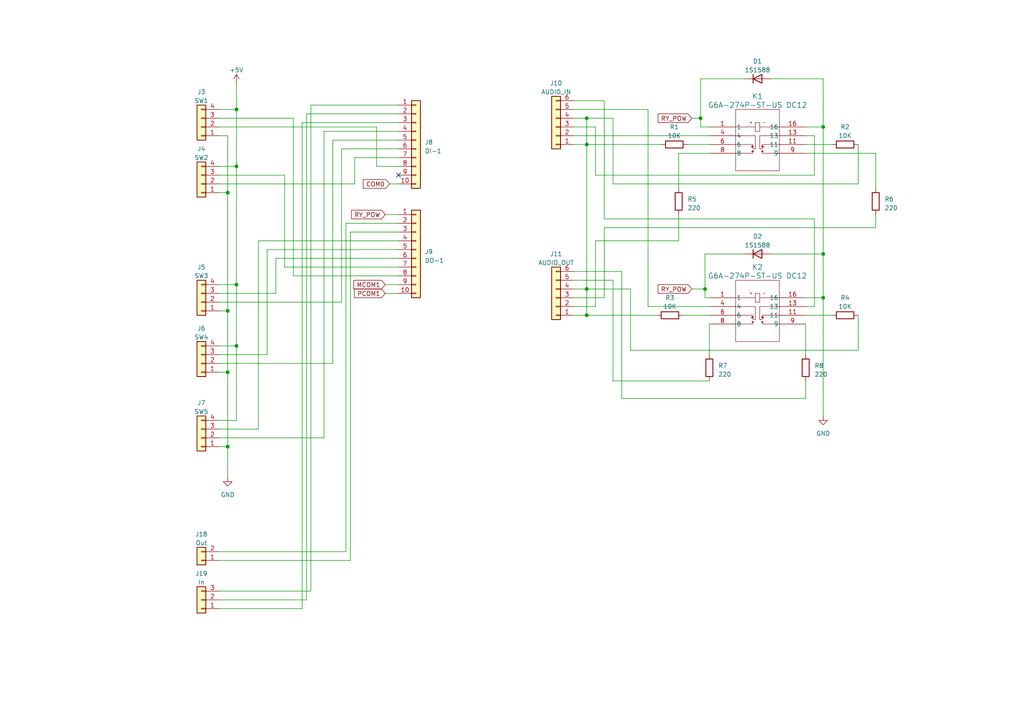
<source format=kicad_sch>
(kicad_sch (version 20230121) (generator eeschema)
  (paper "A4")
  (lib_symbols
    (symbol "Connector_Generic:Conn_01x02" (pin_names (offset 1.016) hide)
      (property "Reference" "J" (at 0 2.54 0))
      (property "Value" "Conn_01x02" (at 0 -5.08 0))
      (symbol "Conn_01x02_1_1"
        (rectangle (start -1.27 -2.413) (end 0 -2.667) (stroke (width 0.1524)))
        (rectangle (start -1.27 0.127) (end 0 -0.127) (stroke (width 0.1524)))
        (rectangle (start -1.27 1.27) (end 1.27 -3.81) (stroke (width 0.254)) (fill (type background)))
        (pin passive line (at -5.08 0 0) (length 3.81) (name "Pin_1") (number "1"))
        (pin passive line (at -5.08 -2.54 0) (length 3.81) (name "Pin_2") (number "2"))
      )
    )
    (symbol "Connector_Generic:Conn_01x03" (pin_names (offset 1.016) hide)
      (property "Reference" "J" (at 0 5.08 0))
      (property "Value" "Conn_01x03" (at 0 -5.08 0))
      (symbol "Conn_01x03_1_1"
        (rectangle (start -1.27 -2.413) (end 0 -2.667) (stroke (width 0.1524)))
        (rectangle (start -1.27 0.127) (end 0 -0.127) (stroke (width 0.1524)))
        (rectangle (start -1.27 2.667) (end 0 2.413) (stroke (width 0.1524)))
        (rectangle (start -1.27 3.81) (end 1.27 -3.81) (stroke (width 0.254)) (fill (type background)))
        (pin passive line (at -5.08 2.54 0) (length 3.81) (name "Pin_1") (number "1"))
        (pin passive line (at -5.08 0 0) (length 3.81) (name "Pin_2") (number "2"))
        (pin passive line (at -5.08 -2.54 0) (length 3.81) (name "Pin_3") (number "3"))
      )
    )
    (symbol "Connector_Generic:Conn_01x04" (pin_names (offset 1.016) hide)
      (property "Reference" "J" (at 0 5.08 0))
      (property "Value" "Conn_01x04" (at 0 -7.62 0))
      (symbol "Conn_01x04_1_1"
        (rectangle (start -1.27 -4.953) (end 0 -5.207) (stroke (width 0.1524)))
        (rectangle (start -1.27 -2.413) (end 0 -2.667) (stroke (width 0.1524)))
        (rectangle (start -1.27 0.127) (end 0 -0.127) (stroke (width 0.1524)))
        (rectangle (start -1.27 2.667) (end 0 2.413) (stroke (width 0.1524)))
        (rectangle (start -1.27 3.81) (end 1.27 -6.35) (stroke (width 0.254)) (fill (type background)))
        (pin passive line (at -5.08 2.54 0) (length 3.81) (name "Pin_1") (number "1"))
        (pin passive line (at -5.08 0 0) (length 3.81) (name "Pin_2") (number "2"))
        (pin passive line (at -5.08 -2.54 0) (length 3.81) (name "Pin_3") (number "3"))
        (pin passive line (at -5.08 -5.08 0) (length 3.81) (name "Pin_4") (number "4"))
      )
    )
    (symbol "Connector_Generic:Conn_01x06" (pin_names (offset 1.016) hide)
      (property "Reference" "J" (at 0 7.62 0))
      (property "Value" "Conn_01x06" (at 0 -10.16 0))
      (symbol "Conn_01x06_1_1"
        (rectangle (start -1.27 -7.493) (end 0 -7.747) (stroke (width 0.1524)))
        (rectangle (start -1.27 -4.953) (end 0 -5.207) (stroke (width 0.1524)))
        (rectangle (start -1.27 -2.413) (end 0 -2.667) (stroke (width 0.1524)))
        (rectangle (start -1.27 0.127) (end 0 -0.127) (stroke (width 0.1524)))
        (rectangle (start -1.27 2.667) (end 0 2.413) (stroke (width 0.1524)))
        (rectangle (start -1.27 5.207) (end 0 4.953) (stroke (width 0.1524)))
        (rectangle (start -1.27 6.35) (end 1.27 -8.89) (stroke (width 0.254)) (fill (type background)))
        (pin passive line (at -5.08 5.08 0) (length 3.81) (name "Pin_1") (number "1"))
        (pin passive line (at -5.08 2.54 0) (length 3.81) (name "Pin_2") (number "2"))
        (pin passive line (at -5.08 0 0) (length 3.81) (name "Pin_3") (number "3"))
        (pin passive line (at -5.08 -2.54 0) (length 3.81) (name "Pin_4") (number "4"))
        (pin passive line (at -5.08 -5.08 0) (length 3.81) (name "Pin_5") (number "5"))
        (pin passive line (at -5.08 -7.62 0) (length 3.81) (name "Pin_6") (number "6"))
      )
    )
    (symbol "Connector_Generic:Conn_01x10" (pin_names (offset 1.016) hide)
      (property "Reference" "J" (at 0 12.7 0))
      (property "Value" "Conn_01x10" (at 0 -15.24 0))
      (symbol "Conn_01x10_1_1"
        (rectangle (start -1.27 -12.573) (end 0 -12.827) (stroke (width 0.1524)))
        (rectangle (start -1.27 -10.033) (end 0 -10.287) (stroke (width 0.1524)))
        (rectangle (start -1.27 -7.493) (end 0 -7.747) (stroke (width 0.1524)))
        (rectangle (start -1.27 -4.953) (end 0 -5.207) (stroke (width 0.1524)))
        (rectangle (start -1.27 -2.413) (end 0 -2.667) (stroke (width 0.1524)))
        (rectangle (start -1.27 0.127) (end 0 -0.127) (stroke (width 0.1524)))
        (rectangle (start -1.27 2.667) (end 0 2.413) (stroke (width 0.1524)))
        (rectangle (start -1.27 5.207) (end 0 4.953) (stroke (width 0.1524)))
        (rectangle (start -1.27 7.747) (end 0 7.493) (stroke (width 0.1524)))
        (rectangle (start -1.27 10.287) (end 0 10.033) (stroke (width 0.1524)))
        (rectangle (start -1.27 11.43) (end 1.27 -13.97) (stroke (width 0.254)) (fill (type background)))
        (pin passive line (at -5.08 10.16 0) (length 3.81) (name "Pin_1") (number "1"))
        (pin passive line (at -5.08 -12.7 0) (length 3.81) (name "Pin_10") (number "10"))
        (pin passive line (at -5.08 7.62 0) (length 3.81) (name "Pin_2") (number "2"))
        (pin passive line (at -5.08 5.08 0) (length 3.81) (name "Pin_3") (number "3"))
        (pin passive line (at -5.08 2.54 0) (length 3.81) (name "Pin_4") (number "4"))
        (pin passive line (at -5.08 0 0) (length 3.81) (name "Pin_5") (number "5"))
        (pin passive line (at -5.08 -2.54 0) (length 3.81) (name "Pin_6") (number "6"))
        (pin passive line (at -5.08 -5.08 0) (length 3.81) (name "Pin_7") (number "7"))
        (pin passive line (at -5.08 -7.62 0) (length 3.81) (name "Pin_8") (number "8"))
        (pin passive line (at -5.08 -10.16 0) (length 3.81) (name "Pin_9") (number "9"))
      )
    )
    (symbol "Device:D" (pin_numbers hide) (pin_names (offset 1.016) hide)
      (property "Reference" "D" (at 0 2.54 0))
      (property "Value" "D" (at 0 -2.54 0))
      (symbol "D_0_1"
        (polyline (pts (xy -1.27 1.27) (xy -1.27 -1.27)) (stroke (width 0.254)))
        (polyline (pts (xy 1.27 0) (xy -1.27 0)))
        (polyline (pts (xy 1.27 1.27) (xy 1.27 -1.27) (xy -1.27 0) (xy 1.27 1.27)) (stroke (width 0.254)))
      )
      (symbol "D_1_1"
        (pin passive line (at -3.81 0 0) (length 2.54) (name "K") (number "1"))
        (pin passive line (at 3.81 0 180) (length 2.54) (name "A") (number "2"))
      )
    )
    (symbol "Device:R" (pin_numbers hide) (pin_names (offset 0))
      (property "Reference" "R" (at 2.032 0 90))
      (property "Value" "R" (at 0 0 90))
      (symbol "R_0_1"
        (rectangle (start -1.016 -2.54) (end 1.016 2.54) (stroke (width 0.254)))
      )
      (symbol "R_1_1"
        (pin passive line (at 0 3.81 270) (length 1.27) (name "~") (number "1"))
        (pin passive line (at 0 -3.81 90) (length 1.27) (name "~") (number "2"))
      )
    )
    (symbol "G6A-274P-ST-US DC12:G6A-274P-ST-US_DC12" (pin_names (offset 0.254))
      (property "Reference" "K" (at 15.748 10.16 0))
      (property "Value" "G6A-274P-ST-US DC12" (at 22.86 7.62 0))
      (symbol "G6A-274P-ST-US_DC12_0_1"
        (polyline (pts (xy 7.62 -12.7) (xy 20.32 -12.7)) (stroke (width 0.127)))
        (polyline (pts (xy 7.62 -7.62) (xy 12.573 -7.62)) (stroke (width 0.127)))
        (polyline (pts (xy 7.62 -5.08) (xy 12.573 -5.08)) (stroke (width 0.127)))
        (polyline (pts (xy 7.62 -2.54) (xy 13.335 -2.54)) (stroke (width 0.127)))
        (polyline (pts (xy 7.62 0) (xy 13.335 0)) (stroke (width 0.127)))
        (polyline (pts (xy 7.62 5.08) (xy 7.62 -12.7)) (stroke (width 0.127)))
        (polyline (pts (xy 11.811 1.27) (xy 12.319 1.27)) (stroke (width 0.127)))
        (polyline (pts (xy 12.065 -5.588) (xy 12.827 -6.35)) (stroke (width 0.127)))
        (polyline (pts (xy 12.065 1.524) (xy 12.065 1.016)) (stroke (width 0.127)))
        (polyline (pts (xy 12.319 -7.112) (xy 12.573 -6.858)) (stroke (width 0.127)))
        (polyline (pts (xy 12.319 -7.112) (xy 12.827 -7.112)) (stroke (width 0.127)))
        (polyline (pts (xy 12.319 -5.588) (xy 12.573 -5.842)) (stroke (width 0.127)))
        (polyline (pts (xy 12.319 -5.588) (xy 12.827 -5.588)) (stroke (width 0.127)))
        (polyline (pts (xy 12.573 -7.62) (xy 12.573 -7.112)) (stroke (width 0.127)))
        (polyline (pts (xy 12.573 -6.858) (xy 12.827 -7.112)) (stroke (width 0.127)))
        (polyline (pts (xy 12.573 -5.842) (xy 12.827 -5.588)) (stroke (width 0.127)))
        (polyline (pts (xy 12.573 -5.08) (xy 12.573 -5.588)) (stroke (width 0.127)))
        (polyline (pts (xy 12.827 -6.35) (xy 13.335 -6.35)) (stroke (width 0.127)))
        (polyline (pts (xy 13.335 -2.54) (xy 13.335 -6.35)) (stroke (width 0.127)))
        (polyline (pts (xy 13.335 -1.27) (xy 14.605 -1.27)) (stroke (width 0.127)))
        (polyline (pts (xy 13.335 1.27) (xy 13.335 -1.27)) (stroke (width 0.127)))
        (polyline (pts (xy 13.335 1.27) (xy 14.605 1.27)) (stroke (width 0.127)))
        (polyline (pts (xy 14.605 -6.35) (xy 15.113 -6.35)) (stroke (width 0.127)))
        (polyline (pts (xy 14.605 -2.54) (xy 14.605 -6.35)) (stroke (width 0.127)))
        (polyline (pts (xy 14.605 -2.54) (xy 20.32 -2.54)) (stroke (width 0.127)))
        (polyline (pts (xy 14.605 -1.27) (xy 14.605 1.27)) (stroke (width 0.127)))
        (polyline (pts (xy 14.605 0) (xy 20.32 0)) (stroke (width 0.127)))
        (polyline (pts (xy 15.113 -7.112) (xy 15.621 -7.112)) (stroke (width 0.127)))
        (polyline (pts (xy 15.113 -5.588) (xy 15.367 -5.842)) (stroke (width 0.127)))
        (polyline (pts (xy 15.113 -5.588) (xy 15.621 -5.588)) (stroke (width 0.127)))
        (polyline (pts (xy 15.367 -7.62) (xy 20.32 -7.62)) (stroke (width 0.127)))
        (polyline (pts (xy 15.367 -7.112) (xy 15.367 -7.62)) (stroke (width 0.127)))
        (polyline (pts (xy 15.367 -6.858) (xy 15.113 -7.112)) (stroke (width 0.127)))
        (polyline (pts (xy 15.367 -6.858) (xy 15.621 -7.112)) (stroke (width 0.127)))
        (polyline (pts (xy 15.367 -5.08) (xy 15.367 -5.588)) (stroke (width 0.127)))
        (polyline (pts (xy 15.367 -5.08) (xy 20.32 -5.08)) (stroke (width 0.127)))
        (polyline (pts (xy 15.621 -5.588) (xy 15.367 -5.842)) (stroke (width 0.127)))
        (polyline (pts (xy 15.621 1.27) (xy 16.129 1.27)) (stroke (width 0.127)))
        (polyline (pts (xy 15.875 -5.588) (xy 15.113 -6.35)) (stroke (width 0.127)))
        (polyline (pts (xy 20.32 -12.7) (xy 20.32 5.08)) (stroke (width 0.127)))
        (polyline (pts (xy 20.32 5.08) (xy 7.62 5.08)) (stroke (width 0.127)))
        (polyline (pts (xy 12.319 -7.112) (xy 12.573 -6.858) (xy 12.827 -7.112)) (fill (type outline)))
        (polyline (pts (xy 12.319 -5.588) (xy 12.827 -5.588) (xy 12.573 -5.842)) (fill (type outline)))
        (polyline (pts (xy 15.113 -7.112) (xy 15.367 -6.858) (xy 15.621 -7.112)) (fill (type outline)))
        (polyline (pts (xy 15.113 -5.588) (xy 15.621 -5.588) (xy 15.367 -5.842)) (fill (type outline)))
        (pin unspecified line (at 0 0 0) (length 7.62) (name "1") (number "1"))
        (pin unspecified line (at 27.94 -5.08 180) (length 7.62) (name "11") (number "11"))
        (pin unspecified line (at 27.94 -2.54 180) (length 7.62) (name "13") (number "13"))
        (pin unspecified line (at 27.94 0 180) (length 7.62) (name "16") (number "16"))
        (pin unspecified line (at 0 -2.54 0) (length 7.62) (name "4") (number "4"))
        (pin unspecified line (at 0 -5.08 0) (length 7.62) (name "6") (number "6"))
        (pin unspecified line (at 0 -7.62 0) (length 7.62) (name "8") (number "8"))
        (pin unspecified line (at 27.94 -7.62 180) (length 7.62) (name "9") (number "9"))
      )
    )
    (symbol "power:+5V" (power) (pin_names (offset 0))
      (property "Value" "+5V" (at 0 3.556 0))
      (symbol "+5V_0_1"
        (polyline (pts (xy -0.762 1.27) (xy 0 2.54)))
        (polyline (pts (xy 0 0) (xy 0 2.54)))
        (polyline (pts (xy 0 2.54) (xy 0.762 1.27)))
      )
      (symbol "+5V_1_1"
        (pin power_in line (at 0 0 90) (length 0) hide (name "+5V") (number "1"))
      )
    )
    (symbol "power:GND" (power) (pin_names (offset 0))
      (property "Value" "GND" (at 0 -3.81 0))
      (symbol "GND_0_1"
        (polyline (pts (xy 0 0) (xy 0 -1.27) (xy 1.27 -1.27) (xy 0 -2.54) (xy -1.27 -1.27) (xy 0 -1.27)))
      )
      (symbol "GND_1_1"
        (pin power_in line (at 0 0 270) (length 0) hide (name "GND") (number "1"))
      )
    )
  )
  (junction (at 238.76 86.36))
  (junction (at 170.18 91.44))
  (junction (at 66.04 107.95))
  (junction (at 68.58 48.26))
  (junction (at 170.18 41.91))
  (junction (at 66.04 55.88))
  (junction (at 238.76 36.83))
  (junction (at 68.58 31.75))
  (junction (at 238.76 73.66))
  (junction (at 68.58 100.33))
  (junction (at 203.2 34.29))
  (junction (at 66.04 90.17))
  (junction (at 68.58 82.55))
  (junction (at 204.47 83.82))
  (junction (at 170.18 83.82))
  (junction (at 66.04 129.54))
  (junction (at 170.18 34.29))
  (no_connect (at 115.57 50.8))
  (wire (pts (xy 175.26 86.36) (xy 175.26 66.04)))
  (wire (pts (xy 236.22 63.5) (xy 175.26 63.5)))
  (wire (pts (xy 200.66 83.82) (xy 204.47 83.82)))
  (wire (pts (xy 63.5 171.45) (xy 90.17 171.45)))
  (wire (pts (xy 170.18 41.91) (xy 170.18 34.29)))
  (wire (pts (xy 101.6 162.56) (xy 63.5 162.56)))
  (wire (pts (xy 66.04 90.17) (xy 66.04 107.95)))
  (wire (pts (xy 199.39 41.91) (xy 205.74 41.91)))
  (wire (pts (xy 254 62.23) (xy 254 66.04)))
  (wire (pts (xy 99.06 43.18) (xy 115.57 43.18)))
  (wire (pts (xy 93.98 38.1) (xy 93.98 127)))
  (wire (pts (xy 63.5 173.99) (xy 88.9 173.99)))
  (wire (pts (xy 187.96 31.75) (xy 187.96 88.9)))
  (wire (pts (xy 182.88 83.82) (xy 170.18 83.82)))
  (wire (pts (xy 187.96 88.9) (xy 205.74 88.9)))
  (wire (pts (xy 87.63 176.53) (xy 87.63 35.56)))
  (wire (pts (xy 66.04 39.37) (xy 66.04 55.88)))
  (wire (pts (xy 204.47 86.36) (xy 205.74 86.36)))
  (wire (pts (xy 63.5 102.87) (xy 77.47 102.87)))
  (wire (pts (xy 80.01 85.09) (xy 80.01 74.93)))
  (wire (pts (xy 166.37 78.74) (xy 180.34 78.74)))
  (wire (pts (xy 63.5 36.83) (xy 109.22 36.83)))
  (wire (pts (xy 90.17 30.48) (xy 115.57 30.48)))
  (wire (pts (xy 85.09 80.01) (xy 115.57 80.01)))
  (wire (pts (xy 166.37 86.36) (xy 175.26 86.36)))
  (wire (pts (xy 233.68 44.45) (xy 254 44.45)))
  (wire (pts (xy 99.06 87.63) (xy 99.06 43.18)))
  (wire (pts (xy 205.74 93.98) (xy 205.74 102.87)))
  (wire (pts (xy 102.87 45.72) (xy 115.57 45.72)))
  (wire (pts (xy 87.63 35.56) (xy 115.57 35.56)))
  (wire (pts (xy 172.72 50.8) (xy 172.72 36.83)))
  (wire (pts (xy 177.8 53.34) (xy 177.8 34.29)))
  (wire (pts (xy 236.22 50.8) (xy 172.72 50.8)))
  (wire (pts (xy 63.5 121.92) (xy 68.58 121.92)))
  (wire (pts (xy 166.37 31.75) (xy 187.96 31.75)))
  (wire (pts (xy 170.18 34.29) (xy 166.37 34.29)))
  (wire (pts (xy 175.26 29.21) (xy 166.37 29.21)))
  (wire (pts (xy 172.72 88.9) (xy 172.72 69.85)))
  (wire (pts (xy 248.92 101.6) (xy 182.88 101.6)))
  (wire (pts (xy 63.5 107.95) (xy 66.04 107.95)))
  (wire (pts (xy 170.18 91.44) (xy 170.18 83.82)))
  (wire (pts (xy 90.17 171.45) (xy 90.17 30.48)))
  (wire (pts (xy 166.37 83.82) (xy 170.18 83.82)))
  (wire (pts (xy 233.68 88.9) (xy 236.22 88.9)))
  (wire (pts (xy 223.52 22.86) (xy 238.76 22.86)))
  (wire (pts (xy 66.04 107.95) (xy 66.04 129.54)))
  (wire (pts (xy 100.33 64.77) (xy 115.57 64.77)))
  (wire (pts (xy 63.5 34.29) (xy 85.09 34.29)))
  (wire (pts (xy 115.57 38.1) (xy 93.98 38.1)))
  (wire (pts (xy 233.68 39.37) (xy 236.22 39.37)))
  (wire (pts (xy 170.18 41.91) (xy 191.77 41.91)))
  (wire (pts (xy 170.18 41.91) (xy 170.18 83.82)))
  (wire (pts (xy 80.01 74.93) (xy 115.57 74.93)))
  (wire (pts (xy 68.58 31.75) (xy 68.58 48.26)))
  (wire (pts (xy 66.04 55.88) (xy 66.04 90.17)))
  (wire (pts (xy 82.55 50.8) (xy 82.55 77.47)))
  (wire (pts (xy 63.5 50.8) (xy 82.55 50.8)))
  (wire (pts (xy 115.57 69.85) (xy 74.93 69.85)))
  (wire (pts (xy 203.2 34.29) (xy 200.66 34.29)))
  (wire (pts (xy 233.68 86.36) (xy 238.76 86.36)))
  (wire (pts (xy 88.9 33.02) (xy 115.57 33.02)))
  (wire (pts (xy 203.2 22.86) (xy 203.2 34.29)))
  (wire (pts (xy 175.26 66.04) (xy 254 66.04)))
  (wire (pts (xy 233.68 115.57) (xy 180.34 115.57)))
  (wire (pts (xy 111.76 62.23) (xy 115.57 62.23)))
  (wire (pts (xy 115.57 67.31) (xy 101.6 67.31)))
  (wire (pts (xy 238.76 22.86) (xy 238.76 36.83)))
  (wire (pts (xy 248.92 41.91) (xy 248.92 53.34)))
  (wire (pts (xy 63.5 160.02) (xy 100.33 160.02)))
  (wire (pts (xy 172.72 36.83) (xy 166.37 36.83)))
  (wire (pts (xy 177.8 81.28) (xy 166.37 81.28)))
  (wire (pts (xy 238.76 36.83) (xy 238.76 73.66)))
  (wire (pts (xy 166.37 88.9) (xy 172.72 88.9)))
  (wire (pts (xy 66.04 129.54) (xy 66.04 138.43)))
  (wire (pts (xy 177.8 110.49) (xy 177.8 81.28)))
  (wire (pts (xy 63.5 85.09) (xy 80.01 85.09)))
  (wire (pts (xy 166.37 91.44) (xy 170.18 91.44)))
  (wire (pts (xy 196.85 62.23) (xy 196.85 69.85)))
  (wire (pts (xy 175.26 63.5) (xy 175.26 29.21)))
  (wire (pts (xy 182.88 101.6) (xy 182.88 83.82)))
  (wire (pts (xy 236.22 88.9) (xy 236.22 63.5)))
  (wire (pts (xy 233.68 36.83) (xy 238.76 36.83)))
  (wire (pts (xy 109.22 36.83) (xy 109.22 48.26)))
  (wire (pts (xy 109.22 48.26) (xy 115.57 48.26)))
  (wire (pts (xy 113.03 53.34) (xy 115.57 53.34)))
  (wire (pts (xy 238.76 86.36) (xy 238.76 120.65)))
  (wire (pts (xy 233.68 93.98) (xy 233.68 102.87)))
  (wire (pts (xy 74.93 124.46) (xy 63.5 124.46)))
  (wire (pts (xy 85.09 34.29) (xy 85.09 80.01)))
  (wire (pts (xy 177.8 34.29) (xy 170.18 34.29)))
  (wire (pts (xy 254 44.45) (xy 254 54.61)))
  (wire (pts (xy 215.9 22.86) (xy 203.2 22.86)))
  (wire (pts (xy 68.58 31.75) (xy 63.5 31.75)))
  (wire (pts (xy 111.76 82.55) (xy 115.57 82.55)))
  (wire (pts (xy 68.58 121.92) (xy 68.58 100.33)))
  (wire (pts (xy 111.76 85.09) (xy 115.57 85.09)))
  (wire (pts (xy 63.5 87.63) (xy 99.06 87.63)))
  (wire (pts (xy 236.22 39.37) (xy 236.22 50.8)))
  (wire (pts (xy 96.52 40.64) (xy 115.57 40.64)))
  (wire (pts (xy 233.68 41.91) (xy 241.3 41.91)))
  (wire (pts (xy 63.5 100.33) (xy 68.58 100.33)))
  (wire (pts (xy 77.47 72.39) (xy 115.57 72.39)))
  (wire (pts (xy 77.47 102.87) (xy 77.47 72.39)))
  (wire (pts (xy 172.72 69.85) (xy 196.85 69.85)))
  (wire (pts (xy 198.12 91.44) (xy 205.74 91.44)))
  (wire (pts (xy 180.34 115.57) (xy 180.34 78.74)))
  (wire (pts (xy 233.68 91.44) (xy 241.3 91.44)))
  (wire (pts (xy 63.5 53.34) (xy 102.87 53.34)))
  (wire (pts (xy 68.58 24.13) (xy 68.58 31.75)))
  (wire (pts (xy 248.92 53.34) (xy 177.8 53.34)))
  (wire (pts (xy 203.2 34.29) (xy 203.2 36.83)))
  (wire (pts (xy 215.9 73.66) (xy 204.47 73.66)))
  (wire (pts (xy 248.92 91.44) (xy 248.92 101.6)))
  (wire (pts (xy 68.58 100.33) (xy 68.58 82.55)))
  (wire (pts (xy 63.5 127) (xy 93.98 127)))
  (wire (pts (xy 88.9 173.99) (xy 88.9 33.02)))
  (wire (pts (xy 63.5 48.26) (xy 68.58 48.26)))
  (wire (pts (xy 68.58 48.26) (xy 68.58 82.55)))
  (wire (pts (xy 205.74 110.49) (xy 177.8 110.49)))
  (wire (pts (xy 63.5 90.17) (xy 66.04 90.17)))
  (wire (pts (xy 96.52 105.41) (xy 96.52 40.64)))
  (wire (pts (xy 166.37 39.37) (xy 205.74 39.37)))
  (wire (pts (xy 196.85 44.45) (xy 196.85 54.61)))
  (wire (pts (xy 205.74 36.83) (xy 203.2 36.83)))
  (wire (pts (xy 166.37 41.91) (xy 170.18 41.91)))
  (wire (pts (xy 223.52 73.66) (xy 238.76 73.66)))
  (wire (pts (xy 63.5 39.37) (xy 66.04 39.37)))
  (wire (pts (xy 170.18 91.44) (xy 190.5 91.44)))
  (wire (pts (xy 102.87 53.34) (xy 102.87 45.72)))
  (wire (pts (xy 205.74 44.45) (xy 196.85 44.45)))
  (wire (pts (xy 233.68 110.49) (xy 233.68 115.57)))
  (wire (pts (xy 63.5 82.55) (xy 68.58 82.55)))
  (wire (pts (xy 63.5 129.54) (xy 66.04 129.54)))
  (wire (pts (xy 74.93 69.85) (xy 74.93 124.46)))
  (wire (pts (xy 63.5 176.53) (xy 87.63 176.53)))
  (wire (pts (xy 238.76 73.66) (xy 238.76 86.36)))
  (wire (pts (xy 63.5 55.88) (xy 66.04 55.88)))
  (wire (pts (xy 82.55 77.47) (xy 115.57 77.47)))
  (wire (pts (xy 101.6 67.31) (xy 101.6 162.56)))
  (wire (pts (xy 204.47 83.82) (xy 204.47 86.36)))
  (wire (pts (xy 100.33 64.77) (xy 100.33 160.02)))
  (wire (pts (xy 204.47 73.66) (xy 204.47 83.82)))
  (wire (pts (xy 63.5 105.41) (xy 96.52 105.41)))
  (global_label "PCOM1" (shape input) (at 111.76 85.09 180) (property "Intersheetrefs" "${INTERSHEET_REFS}" (effects hide)))
  (global_label "RY_POW" (shape input) (at 200.66 34.29 180) (property "Intersheetrefs" "${INTERSHEET_REFS}" (effects hide)))
  (global_label "RY_POW" (shape input) (at 200.66 83.82 180) (property "Intersheetrefs" "${INTERSHEET_REFS}" (effects hide)))
  (global_label "COM0" (shape input) (at 113.03 53.34 180) (property "Intersheetrefs" "${INTERSHEET_REFS}" (effects hide)))
  (global_label "RY_POW" (shape input) (at 111.76 62.23 180) (property "Intersheetrefs" "${INTERSHEET_REFS}" (effects hide)))
  (global_label "MCOM1" (shape input) (at 111.76 82.55 180) (property "Intersheetrefs" "${INTERSHEET_REFS}" (effects hide)))
  (symbol (lib_id "Device:R") (at 245.11 41.91 90) (unit 1)
    (property "Reference" "R2" (at 245.11 36.83 90))
    (property "Value" "10K" (at 245.11 39.37 90))
    (property "Footprint" "Resistor_THT:R_Axial_DIN0207_L6.3mm_D2.5mm_P10.16mm_Horizontal" (effects hide))
    (instances (project "CoughController" (path "" (reference "R2") (unit 1)) (path "" (reference "R6") (unit 1))))
  )
  (symbol (lib_id "Device:R") (at 205.74 106.68 180) (unit 1)
    (property "Reference" "R7" (at 208.28 106.045 0) (effects (justify right)))
    (property "Value" "220" (at 208.28 108.585 0) (effects (justify right)))
    (property "Footprint" "Resistor_THT:R_Axial_DIN0207_L6.3mm_D2.5mm_P10.16mm_Horizontal" (effects hide))
    (instances (project "CoughController" (path "" (reference "R7") (unit 1)) (path "" (reference "R4") (unit 1))))
  )
  (symbol (lib_id "G6A-274P-ST-US DC12:G6A-274P-ST-US_DC12") (at 205.74 86.36 0) (unit 1)
    (property "Reference" "K2" (at 219.71 77.47 0) (effects (font (size 1.524 1.524))))
    (property "Value" "G6A-274P-ST-US DC12" (at 219.71 80.01 0) (effects (font (size 1.524 1.524))))
    (property "Footprint" "SnapLibrary:RELAY_G6A-274P-ST-US DC3_OMR" (effects hide))
    (property "Datasheet" "G6A-274P-ST-US DC12" (effects hide))
  )
  (symbol (lib_id "Device:R") (at 245.11 91.44 90) (unit 1)
    (property "Reference" "R4" (at 245.11 86.36 90))
    (property "Value" "10K" (at 245.11 88.9 90))
    (property "Footprint" "Resistor_THT:R_Axial_DIN0207_L6.3mm_D2.5mm_P10.16mm_Horizontal" (effects hide))
    (instances (project "CoughController" (path "" (reference "R4") (unit 1)) (path "" (reference "R7") (unit 1))))
  )
  (symbol (lib_id "Connector_Generic:Conn_01x04") (at 58.42 127 180) (unit 1)
    (property "Reference" "J7" (at 58.42 116.84 0))
    (property "Value" "SW5" (at 58.42 119.38 0))
    (property "Footprint" "Connector_PinHeader_2.54mm:PinHeader_1x04_P2.54mm_Vertical" (effects hide))
    (instances (project "CoughController" (path "" (reference "J7") (unit 1)) (path "" (reference "J5") (unit 1))))
  )
  (symbol (lib_id "Device:R") (at 233.68 106.68 180) (unit 1)
    (property "Reference" "R8" (at 236.22 106.045 0) (effects (justify right)))
    (property "Value" "220" (at 236.22 108.585 0) (effects (justify right)))
    (property "Footprint" "Resistor_THT:R_Axial_DIN0207_L6.3mm_D2.5mm_P10.16mm_Horizontal" (effects hide))
    (instances (project "CoughController" (path "" (reference "R8") (unit 1)) (path "" (reference "R5") (unit 1))))
  )
  (symbol (lib_id "Connector_Generic:Conn_01x06") (at 161.29 36.83 180) (unit 1)
    (property "Reference" "J10" (at 161.29 24.13 0))
    (property "Value" "AUDIO_IN" (at 161.29 26.67 0))
    (property "Footprint" "Connector_PinHeader_2.54mm:PinHeader_1x06_P2.54mm_Vertical" (effects hide))
  )
  (symbol (lib_id "power:+5V") (at 68.58 24.13 0) (unit 1)
    (property "Reference" "#PWR08" (effects hide))
    (property "Value" "+5V" (at 68.58 20.32 0))
    (instances (project "CoughController" (path "" (reference "#PWR08") (unit 1)) (path "" (reference "#PWR02") (unit 1))))
  )
  (symbol (lib_id "Connector_Generic:Conn_01x06") (at 161.29 86.36 180) (unit 1)
    (property "Reference" "J11" (at 161.29 73.66 0))
    (property "Value" "AUDIO_OUT" (at 161.29 76.2 0))
    (property "Footprint" "Connector_PinHeader_2.54mm:PinHeader_1x06_P2.54mm_Vertical" (effects hide))
  )
  (symbol (lib_id "Connector_Generic:Conn_01x10") (at 120.65 40.64 0) (unit 1)
    (property "Reference" "J8" (at 123.19 41.275 0) (effects (justify left)))
    (property "Value" "DI-1" (at 123.19 43.815 0) (effects (justify left)))
    (property "Footprint" "Connector_PinHeader_2.54mm:PinHeader_1x10_P2.54mm_Vertical" (effects hide))
  )
  (symbol (lib_id "Device:R") (at 195.58 41.91 90) (unit 1)
    (property "Reference" "R1" (at 195.58 36.83 90))
    (property "Value" "10K" (at 195.58 39.37 90))
    (property "Footprint" "Resistor_THT:R_Axial_DIN0207_L6.3mm_D2.5mm_P10.16mm_Horizontal" (effects hide))
    (instances (project "CoughController" (path "" (reference "R1") (unit 1)) (path "" (reference "R2") (unit 1))))
  )
  (symbol (lib_id "Device:R") (at 196.85 58.42 180) (unit 1)
    (property "Reference" "R5" (at 199.39 57.785 0) (effects (justify right)))
    (property "Value" "220" (at 199.39 60.325 0) (effects (justify right)))
    (property "Footprint" "Resistor_THT:R_Axial_DIN0207_L6.3mm_D2.5mm_P10.16mm_Horizontal" (effects hide))
    (instances (project "CoughController" (path "" (reference "R5") (unit 1)) (path "" (reference "R3") (unit 1))))
  )
  (symbol (lib_id "G6A-274P-ST-US DC12:G6A-274P-ST-US_DC12") (at 205.74 36.83 0) (unit 1)
    (property "Reference" "K1" (at 219.71 27.94 0) (effects (font (size 1.524 1.524))))
    (property "Value" "G6A-274P-ST-US DC12" (at 219.71 30.48 0) (effects (font (size 1.524 1.524))))
    (property "Footprint" "SnapLibrary:RELAY_G6A-274P-ST-US DC3_OMR" (effects hide))
    (property "Datasheet" "G6A-274P-ST-US DC12" (effects hide))
  )
  (symbol (lib_id "power:GND") (at 238.76 120.65 0) (unit 1)
    (property "Reference" "#PWR09" (effects hide))
    (property "Value" "GND" (at 238.76 125.73 0))
    (instances (project "CoughController" (path "" (reference "#PWR09") (unit 1)) (path "" (reference "#PWR015") (unit 1))))
  )
  (symbol (lib_id "Device:D") (at 219.71 73.66 0) (unit 1)
    (property "Reference" "D2" (at 219.71 68.58 0))
    (property "Value" "1S1588" (at 219.71 71.12 0))
    (property "Footprint" "Diode_THT:D_DO-34_SOD68_P7.62mm_Horizontal" (effects hide))
    (property "Sim.Device" "D" (effects hide))
    (property "Sim.Pins" "1=K 2=A" (effects hide))
  )
  (symbol (lib_id "Device:R") (at 254 58.42 180) (unit 1)
    (property "Reference" "R6" (at 256.54 57.785 0) (effects (justify right)))
    (property "Value" "220" (at 256.54 60.325 0) (effects (justify right)))
    (property "Footprint" "Resistor_THT:R_Axial_DIN0207_L6.3mm_D2.5mm_P10.16mm_Horizontal" (effects hide))
    (instances (project "CoughController" (path "" (reference "R6") (unit 1)) (path "" (reference "R8") (unit 1))))
  )
  (symbol (lib_id "Connector_Generic:Conn_01x04") (at 58.42 87.63 180) (unit 1)
    (property "Reference" "J5" (at 58.42 77.47 0))
    (property "Value" "SW3" (at 58.42 80.01 0))
    (property "Footprint" "Connector_PinHeader_2.54mm:PinHeader_1x04_P2.54mm_Vertical" (effects hide))
    (instances (project "CoughController" (path "" (reference "J5") (unit 1)) (path "" (reference "J3") (unit 1))))
  )
  (symbol (lib_id "Connector_Generic:Conn_01x03") (at 58.42 173.99 180) (unit 1)
    (property "Reference" "J19" (at 58.42 166.37 0))
    (property "Value" "In" (at 58.42 168.91 0))
    (property "Footprint" "Connector_PinHeader_2.54mm:PinHeader_1x03_P2.54mm_Vertical" (effects hide))
  )
  (symbol (lib_id "Connector_Generic:Conn_01x04") (at 58.42 53.34 180) (unit 1)
    (property "Reference" "J4" (at 58.42 43.18 0))
    (property "Value" "SW2" (at 58.42 45.72 0))
    (property "Footprint" "Connector_PinHeader_2.54mm:PinHeader_1x04_P2.54mm_Vertical" (effects hide))
    (instances (project "CoughController" (path "" (reference "J4") (unit 1)) (path "" (reference "J2") (unit 1))))
  )
  (symbol (lib_id "Connector_Generic:Conn_01x04") (at 58.42 36.83 180) (unit 1)
    (property "Reference" "J3" (at 58.42 26.67 0))
    (property "Value" "SW1" (at 58.42 29.21 0))
    (property "Footprint" "Connector_PinHeader_2.54mm:PinHeader_1x04_P2.54mm_Vertical" (effects hide))
    (instances (project "CoughController" (path "" (reference "J3") (unit 1)) (path "" (reference "J1") (unit 1))))
  )
  (symbol (lib_id "Connector_Generic:Conn_01x10") (at 120.65 72.39 0) (unit 1)
    (property "Reference" "J9" (at 123.19 73.025 0) (effects (justify left)))
    (property "Value" "DO-1" (at 123.19 75.565 0) (effects (justify left)))
    (property "Footprint" "Connector_PinHeader_2.54mm:PinHeader_1x10_P2.54mm_Vertical" (effects hide))
  )
  (symbol (lib_id "Device:D") (at 219.71 22.86 0) (unit 1)
    (property "Reference" "D1" (at 219.71 17.78 0))
    (property "Value" "1S1588" (at 219.71 20.32 0))
    (property "Footprint" "Diode_THT:D_DO-34_SOD68_P7.62mm_Horizontal" (effects hide))
    (property "Sim.Device" "D" (effects hide))
    (property "Sim.Pins" "1=K 2=A" (effects hide))
  )
  (symbol (lib_id "power:GND") (at 66.04 138.43 0) (unit 1)
    (property "Reference" "#PWR07" (effects hide))
    (property "Value" "GND" (at 66.04 143.51 0))
    (instances (project "CoughController" (path "" (reference "#PWR07") (unit 1)) (path "" (reference "#PWR01") (unit 1))))
  )
  (symbol (lib_id "Connector_Generic:Conn_01x04") (at 58.42 105.41 180) (unit 1)
    (property "Reference" "J6" (at 58.42 95.25 0))
    (property "Value" "SW4" (at 58.42 97.79 0))
    (property "Footprint" "Connector_PinHeader_2.54mm:PinHeader_1x04_P2.54mm_Vertical" (effects hide))
    (instances (project "CoughController" (path "" (reference "J6") (unit 1)) (path "" (reference "J4") (unit 1))))
  )
  (symbol (lib_id "Connector_Generic:Conn_01x02") (at 58.42 162.56 180) (unit 1)
    (property "Reference" "J18" (at 58.42 154.94 0))
    (property "Value" "Out" (at 58.42 157.48 0))
    (property "Footprint" "Connector_PinHeader_2.54mm:PinHeader_1x02_P2.54mm_Vertical" (effects hide))
  )
  (symbol (lib_id "Device:R") (at 194.31 91.44 90) (unit 1)
    (property "Reference" "R3" (at 194.31 86.36 90))
    (property "Value" "10K" (at 194.31 88.9 90))
    (property "Footprint" "Resistor_THT:R_Axial_DIN0207_L6.3mm_D2.5mm_P10.16mm_Horizontal" (effects hide))
    (instances (project "CoughController" (path "" (reference "R3") (unit 1)) (path "" (reference "R1") (unit 1))))
  )
)
</source>
